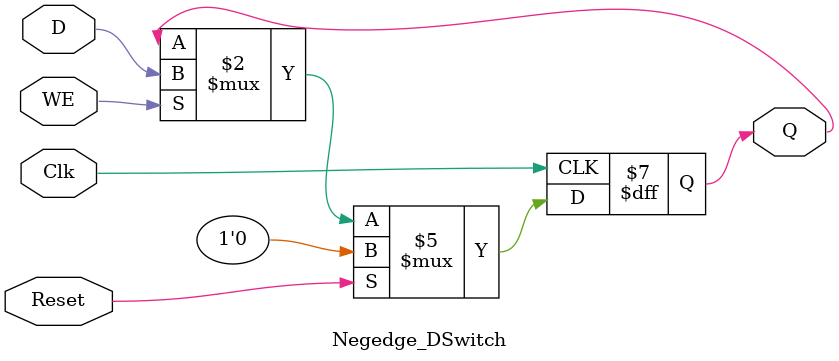
<source format=v>
module Negedge_DSwitch (Clk,Reset,D,WE,Q);
//init 
	input Clk; //Clock
	input Reset; //resets no matter state of D
	input D;  //Data input 
	input WE; //Write Enable 
	
	output Q; //state of the switch

//Behavioral Verilog
	reg Q;

	always @(negedge Clk) begin
		if (Reset)
			Q <= 0;
		else if (WE)
			Q <= D;
	end

endmodule
</source>
